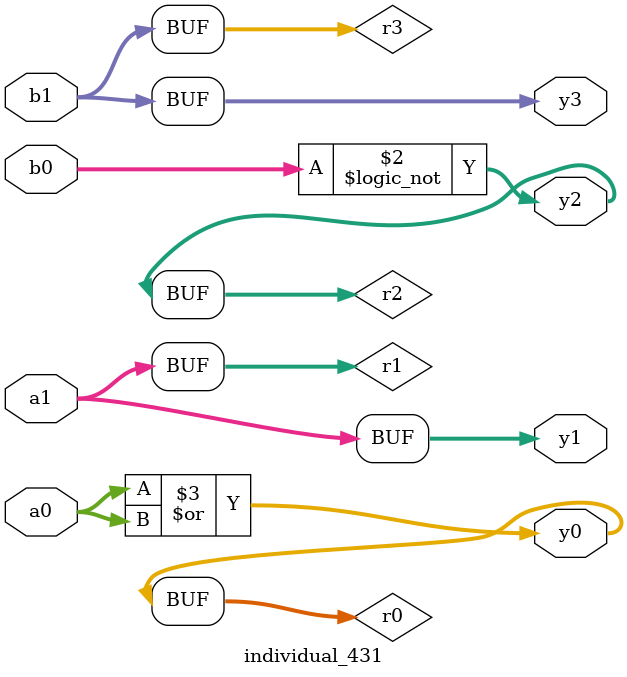
<source format=sv>
module individual_431(input logic [15:0] a1, input logic [15:0] a0, input logic [15:0] b1, input logic [15:0] b0, output logic [15:0] y3, output logic [15:0] y2, output logic [15:0] y1, output logic [15:0] y0);
logic [15:0] r0, r1, r2, r3; 
 always@(*) begin 
	 r0 = a0; r1 = a1; r2 = b0; r3 = b1; 
 	 r2 = ! r2 ;
 	 r0  |=  a0 ;
 	 y3 = r3; y2 = r2; y1 = r1; y0 = r0; 
end
endmodule
</source>
